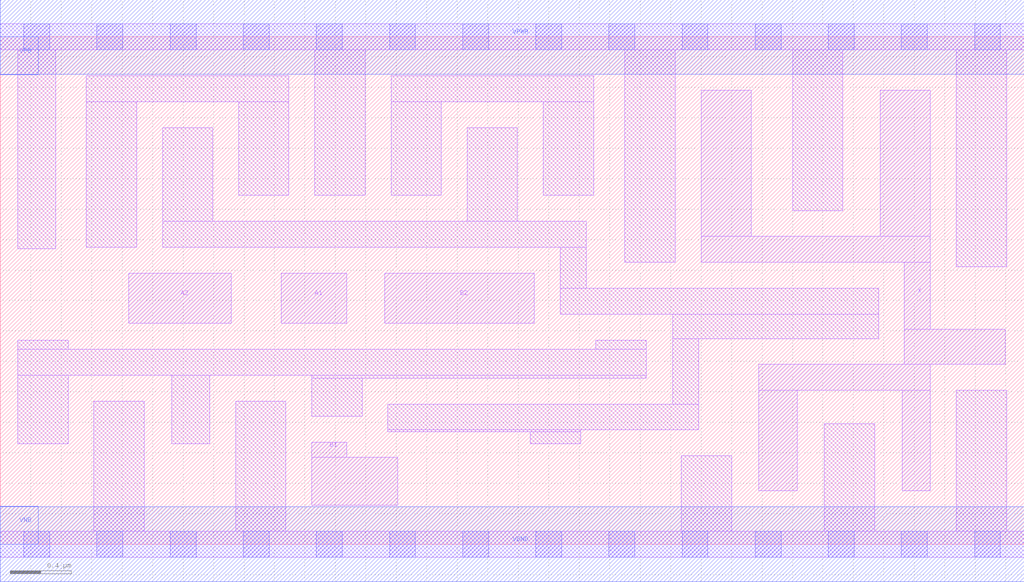
<source format=lef>
# Copyright 2020 The SkyWater PDK Authors
#
# Licensed under the Apache License, Version 2.0 (the "License");
# you may not use this file except in compliance with the License.
# You may obtain a copy of the License at
#
#     https://www.apache.org/licenses/LICENSE-2.0
#
# Unless required by applicable law or agreed to in writing, software
# distributed under the License is distributed on an "AS IS" BASIS,
# WITHOUT WARRANTIES OR CONDITIONS OF ANY KIND, either express or implied.
# See the License for the specific language governing permissions and
# limitations under the License.
#
# SPDX-License-Identifier: Apache-2.0

VERSION 5.5 ;
NAMESCASESENSITIVE ON ;
BUSBITCHARS "[]" ;
DIVIDERCHAR "/" ;
MACRO sky130_fd_sc_ms__o22a_4
  CLASS CORE ;
  SOURCE USER ;
  ORIGIN  0.000000  0.000000 ;
  SIZE  6.720000 BY  3.330000 ;
  SYMMETRY X Y ;
  SITE unit ;
  PIN A1
    ANTENNAGATEAREA  0.492000 ;
    DIRECTION INPUT ;
    USE SIGNAL ;
    PORT
      LAYER li1 ;
        RECT 1.845000 1.450000 2.275000 1.780000 ;
    END
  END A1
  PIN A2
    ANTENNAGATEAREA  0.492000 ;
    DIRECTION INPUT ;
    USE SIGNAL ;
    PORT
      LAYER li1 ;
        RECT 0.845000 1.450000 1.515000 1.780000 ;
    END
  END A2
  PIN B1
    ANTENNAGATEAREA  0.492000 ;
    DIRECTION INPUT ;
    USE SIGNAL ;
    PORT
      LAYER li1 ;
        RECT 2.045000 0.255000 2.610000 0.570000 ;
        RECT 2.045000 0.570000 2.275000 0.670000 ;
    END
  END B1
  PIN B2
    ANTENNAGATEAREA  0.492000 ;
    DIRECTION INPUT ;
    USE SIGNAL ;
    PORT
      LAYER li1 ;
        RECT 2.525000 1.450000 3.505000 1.780000 ;
    END
  END B2
  PIN X
    ANTENNADIFFAREA  1.125600 ;
    DIRECTION OUTPUT ;
    USE SIGNAL ;
    PORT
      LAYER li1 ;
        RECT 4.600000 1.850000 6.105000 2.020000 ;
        RECT 4.600000 2.020000 4.930000 2.980000 ;
        RECT 4.980000 0.350000 5.230000 1.010000 ;
        RECT 4.980000 1.010000 6.105000 1.180000 ;
        RECT 5.775000 2.020000 6.105000 2.980000 ;
        RECT 5.920000 0.350000 6.105000 1.010000 ;
        RECT 5.935000 1.180000 6.595000 1.410000 ;
        RECT 5.935000 1.410000 6.105000 1.850000 ;
    END
  END X
  PIN VGND
    DIRECTION INOUT ;
    USE GROUND ;
    PORT
      LAYER met1 ;
        RECT 0.000000 -0.245000 6.720000 0.245000 ;
    END
  END VGND
  PIN VNB
    DIRECTION INOUT ;
    USE GROUND ;
    PORT
    END
  END VNB
  PIN VPB
    DIRECTION INOUT ;
    USE POWER ;
    PORT
    END
  END VPB
  PIN VNB
    DIRECTION INOUT ;
    USE GROUND ;
    PORT
      LAYER met1 ;
        RECT 0.000000 0.000000 0.250000 0.250000 ;
    END
  END VNB
  PIN VPB
    DIRECTION INOUT ;
    USE POWER ;
    PORT
      LAYER met1 ;
        RECT 0.000000 3.080000 0.250000 3.330000 ;
    END
  END VPB
  PIN VPWR
    DIRECTION INOUT ;
    USE POWER ;
    PORT
      LAYER met1 ;
        RECT 0.000000 3.085000 6.720000 3.575000 ;
    END
  END VPWR
  OBS
    LAYER li1 ;
      RECT 0.000000 -0.085000 6.720000 0.085000 ;
      RECT 0.000000  3.245000 6.720000 3.415000 ;
      RECT 0.115000  0.660000 0.445000 1.110000 ;
      RECT 0.115000  1.110000 4.240000 1.280000 ;
      RECT 0.115000  1.280000 0.445000 1.340000 ;
      RECT 0.115000  1.940000 0.365000 3.245000 ;
      RECT 0.565000  1.950000 0.895000 2.905000 ;
      RECT 0.565000  2.905000 1.895000 3.075000 ;
      RECT 0.615000  0.085000 0.945000 0.940000 ;
      RECT 1.065000  1.950000 3.845000 2.120000 ;
      RECT 1.065000  2.120000 1.395000 2.735000 ;
      RECT 1.125000  0.660000 1.375000 1.110000 ;
      RECT 1.545000  0.085000 1.875000 0.940000 ;
      RECT 1.565000  2.290000 1.895000 2.905000 ;
      RECT 2.045000  0.840000 2.375000 1.090000 ;
      RECT 2.045000  1.090000 4.240000 1.110000 ;
      RECT 2.065000  2.290000 2.395000 3.245000 ;
      RECT 2.545000  0.740000 3.810000 0.750000 ;
      RECT 2.545000  0.750000 4.585000 0.920000 ;
      RECT 2.565000  2.290000 2.895000 2.905000 ;
      RECT 2.565000  2.905000 3.895000 3.075000 ;
      RECT 3.065000  2.120000 3.395000 2.735000 ;
      RECT 3.480000  0.660000 3.810000 0.740000 ;
      RECT 3.565000  2.290000 3.895000 2.905000 ;
      RECT 3.675000  1.510000 5.765000 1.680000 ;
      RECT 3.675000  1.680000 3.845000 1.950000 ;
      RECT 3.910000  1.280000 4.240000 1.340000 ;
      RECT 4.100000  1.850000 4.430000 3.245000 ;
      RECT 4.415000  0.920000 4.585000 1.350000 ;
      RECT 4.415000  1.350000 5.765000 1.510000 ;
      RECT 4.470000  0.085000 4.800000 0.580000 ;
      RECT 5.200000  2.190000 5.530000 3.245000 ;
      RECT 5.410000  0.085000 5.740000 0.790000 ;
      RECT 6.275000  0.085000 6.605000 1.010000 ;
      RECT 6.275000  1.820000 6.605000 3.245000 ;
    LAYER mcon ;
      RECT 0.155000 -0.085000 0.325000 0.085000 ;
      RECT 0.155000  3.245000 0.325000 3.415000 ;
      RECT 0.635000 -0.085000 0.805000 0.085000 ;
      RECT 0.635000  3.245000 0.805000 3.415000 ;
      RECT 1.115000 -0.085000 1.285000 0.085000 ;
      RECT 1.115000  3.245000 1.285000 3.415000 ;
      RECT 1.595000 -0.085000 1.765000 0.085000 ;
      RECT 1.595000  3.245000 1.765000 3.415000 ;
      RECT 2.075000 -0.085000 2.245000 0.085000 ;
      RECT 2.075000  3.245000 2.245000 3.415000 ;
      RECT 2.555000 -0.085000 2.725000 0.085000 ;
      RECT 2.555000  3.245000 2.725000 3.415000 ;
      RECT 3.035000 -0.085000 3.205000 0.085000 ;
      RECT 3.035000  3.245000 3.205000 3.415000 ;
      RECT 3.515000 -0.085000 3.685000 0.085000 ;
      RECT 3.515000  3.245000 3.685000 3.415000 ;
      RECT 3.995000 -0.085000 4.165000 0.085000 ;
      RECT 3.995000  3.245000 4.165000 3.415000 ;
      RECT 4.475000 -0.085000 4.645000 0.085000 ;
      RECT 4.475000  3.245000 4.645000 3.415000 ;
      RECT 4.955000 -0.085000 5.125000 0.085000 ;
      RECT 4.955000  3.245000 5.125000 3.415000 ;
      RECT 5.435000 -0.085000 5.605000 0.085000 ;
      RECT 5.435000  3.245000 5.605000 3.415000 ;
      RECT 5.915000 -0.085000 6.085000 0.085000 ;
      RECT 5.915000  3.245000 6.085000 3.415000 ;
      RECT 6.395000 -0.085000 6.565000 0.085000 ;
      RECT 6.395000  3.245000 6.565000 3.415000 ;
  END
END sky130_fd_sc_ms__o22a_4
END LIBRARY

</source>
